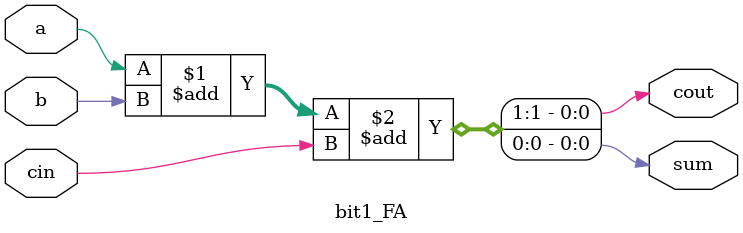
<source format=v>
`timescale 1ns / 1ps


module bit1_FA(a,b,cin,sum,cout);
input a,b,cin;
output sum,cout;
assign{cout,sum}=a+b+cin;

endmodule

</source>
